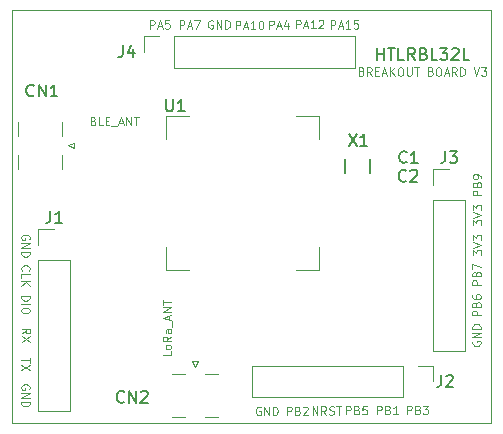
<source format=gto>
G04 #@! TF.GenerationSoftware,KiCad,Pcbnew,(6.0.4)*
G04 #@! TF.CreationDate,2022-06-22T19:01:53-03:00*
G04 #@! TF.ProjectId,HTLRBL41L-10_Test_board_v3.0_rev1.0,48544c52-424c-4343-914c-2d31305f5465,rev?*
G04 #@! TF.SameCoordinates,Original*
G04 #@! TF.FileFunction,Legend,Top*
G04 #@! TF.FilePolarity,Positive*
%FSLAX46Y46*%
G04 Gerber Fmt 4.6, Leading zero omitted, Abs format (unit mm)*
G04 Created by KiCad (PCBNEW (6.0.4)) date 2022-06-22 19:01:53*
%MOMM*%
%LPD*%
G01*
G04 APERTURE LIST*
%ADD10C,0.080000*%
%ADD11C,0.150000*%
%ADD12C,0.090000*%
G04 #@! TA.AperFunction,Profile*
%ADD13C,0.050000*%
G04 #@! TD*
%ADD14C,0.120000*%
G04 APERTURE END LIST*
D10*
X129570000Y-80200000D02*
X129670000Y-80233333D01*
X129703333Y-80266666D01*
X129736666Y-80333333D01*
X129736666Y-80433333D01*
X129703333Y-80500000D01*
X129670000Y-80533333D01*
X129603333Y-80566666D01*
X129336666Y-80566666D01*
X129336666Y-79866666D01*
X129570000Y-79866666D01*
X129636666Y-79900000D01*
X129670000Y-79933333D01*
X129703333Y-80000000D01*
X129703333Y-80066666D01*
X129670000Y-80133333D01*
X129636666Y-80166666D01*
X129570000Y-80200000D01*
X129336666Y-80200000D01*
X130436666Y-80566666D02*
X130203333Y-80233333D01*
X130036666Y-80566666D02*
X130036666Y-79866666D01*
X130303333Y-79866666D01*
X130370000Y-79900000D01*
X130403333Y-79933333D01*
X130436666Y-80000000D01*
X130436666Y-80100000D01*
X130403333Y-80166666D01*
X130370000Y-80200000D01*
X130303333Y-80233333D01*
X130036666Y-80233333D01*
X130736666Y-80200000D02*
X130970000Y-80200000D01*
X131070000Y-80566666D02*
X130736666Y-80566666D01*
X130736666Y-79866666D01*
X131070000Y-79866666D01*
X131336666Y-80366666D02*
X131670000Y-80366666D01*
X131270000Y-80566666D02*
X131503333Y-79866666D01*
X131736666Y-80566666D01*
X131970000Y-80566666D02*
X131970000Y-79866666D01*
X132370000Y-80566666D02*
X132070000Y-80166666D01*
X132370000Y-79866666D02*
X131970000Y-80266666D01*
X132803333Y-79866666D02*
X132936666Y-79866666D01*
X133003333Y-79900000D01*
X133070000Y-79966666D01*
X133103333Y-80100000D01*
X133103333Y-80333333D01*
X133070000Y-80466666D01*
X133003333Y-80533333D01*
X132936666Y-80566666D01*
X132803333Y-80566666D01*
X132736666Y-80533333D01*
X132670000Y-80466666D01*
X132636666Y-80333333D01*
X132636666Y-80100000D01*
X132670000Y-79966666D01*
X132736666Y-79900000D01*
X132803333Y-79866666D01*
X133403333Y-79866666D02*
X133403333Y-80433333D01*
X133436666Y-80500000D01*
X133470000Y-80533333D01*
X133536666Y-80566666D01*
X133670000Y-80566666D01*
X133736666Y-80533333D01*
X133770000Y-80500000D01*
X133803333Y-80433333D01*
X133803333Y-79866666D01*
X134036666Y-79866666D02*
X134436666Y-79866666D01*
X134236666Y-80566666D02*
X134236666Y-79866666D01*
X135436666Y-80200000D02*
X135536666Y-80233333D01*
X135570000Y-80266666D01*
X135603333Y-80333333D01*
X135603333Y-80433333D01*
X135570000Y-80500000D01*
X135536666Y-80533333D01*
X135470000Y-80566666D01*
X135203333Y-80566666D01*
X135203333Y-79866666D01*
X135436666Y-79866666D01*
X135503333Y-79900000D01*
X135536666Y-79933333D01*
X135570000Y-80000000D01*
X135570000Y-80066666D01*
X135536666Y-80133333D01*
X135503333Y-80166666D01*
X135436666Y-80200000D01*
X135203333Y-80200000D01*
X136036666Y-79866666D02*
X136170000Y-79866666D01*
X136236666Y-79900000D01*
X136303333Y-79966666D01*
X136336666Y-80100000D01*
X136336666Y-80333333D01*
X136303333Y-80466666D01*
X136236666Y-80533333D01*
X136170000Y-80566666D01*
X136036666Y-80566666D01*
X135970000Y-80533333D01*
X135903333Y-80466666D01*
X135870000Y-80333333D01*
X135870000Y-80100000D01*
X135903333Y-79966666D01*
X135970000Y-79900000D01*
X136036666Y-79866666D01*
X136603333Y-80366666D02*
X136936666Y-80366666D01*
X136536666Y-80566666D02*
X136770000Y-79866666D01*
X137003333Y-80566666D01*
X137636666Y-80566666D02*
X137403333Y-80233333D01*
X137236666Y-80566666D02*
X137236666Y-79866666D01*
X137503333Y-79866666D01*
X137570000Y-79900000D01*
X137603333Y-79933333D01*
X137636666Y-80000000D01*
X137636666Y-80100000D01*
X137603333Y-80166666D01*
X137570000Y-80200000D01*
X137503333Y-80233333D01*
X137236666Y-80233333D01*
X137936666Y-80566666D02*
X137936666Y-79866666D01*
X138103333Y-79866666D01*
X138203333Y-79900000D01*
X138270000Y-79966666D01*
X138303333Y-80033333D01*
X138336666Y-80166666D01*
X138336666Y-80266666D01*
X138303333Y-80400000D01*
X138270000Y-80466666D01*
X138203333Y-80533333D01*
X138103333Y-80566666D01*
X137936666Y-80566666D01*
X139070000Y-79866666D02*
X139303333Y-80566666D01*
X139536666Y-79866666D01*
X139703333Y-79866666D02*
X140136666Y-79866666D01*
X139903333Y-80133333D01*
X140003333Y-80133333D01*
X140070000Y-80166666D01*
X140103333Y-80200000D01*
X140136666Y-80266666D01*
X140136666Y-80433333D01*
X140103333Y-80500000D01*
X140070000Y-80533333D01*
X140003333Y-80566666D01*
X139803333Y-80566666D01*
X139736666Y-80533333D01*
X139703333Y-80500000D01*
D11*
X130886666Y-79232380D02*
X130886666Y-78232380D01*
X130886666Y-78708571D02*
X131458095Y-78708571D01*
X131458095Y-79232380D02*
X131458095Y-78232380D01*
X131791428Y-78232380D02*
X132362857Y-78232380D01*
X132077142Y-79232380D02*
X132077142Y-78232380D01*
X133172380Y-79232380D02*
X132696190Y-79232380D01*
X132696190Y-78232380D01*
X134077142Y-79232380D02*
X133743809Y-78756190D01*
X133505714Y-79232380D02*
X133505714Y-78232380D01*
X133886666Y-78232380D01*
X133981904Y-78280000D01*
X134029523Y-78327619D01*
X134077142Y-78422857D01*
X134077142Y-78565714D01*
X134029523Y-78660952D01*
X133981904Y-78708571D01*
X133886666Y-78756190D01*
X133505714Y-78756190D01*
X134839047Y-78708571D02*
X134981904Y-78756190D01*
X135029523Y-78803809D01*
X135077142Y-78899047D01*
X135077142Y-79041904D01*
X135029523Y-79137142D01*
X134981904Y-79184761D01*
X134886666Y-79232380D01*
X134505714Y-79232380D01*
X134505714Y-78232380D01*
X134839047Y-78232380D01*
X134934285Y-78280000D01*
X134981904Y-78327619D01*
X135029523Y-78422857D01*
X135029523Y-78518095D01*
X134981904Y-78613333D01*
X134934285Y-78660952D01*
X134839047Y-78708571D01*
X134505714Y-78708571D01*
X135981904Y-79232380D02*
X135505714Y-79232380D01*
X135505714Y-78232380D01*
X136220000Y-78232380D02*
X136839047Y-78232380D01*
X136505714Y-78613333D01*
X136648571Y-78613333D01*
X136743809Y-78660952D01*
X136791428Y-78708571D01*
X136839047Y-78803809D01*
X136839047Y-79041904D01*
X136791428Y-79137142D01*
X136743809Y-79184761D01*
X136648571Y-79232380D01*
X136362857Y-79232380D01*
X136267619Y-79184761D01*
X136220000Y-79137142D01*
X137220000Y-78327619D02*
X137267619Y-78280000D01*
X137362857Y-78232380D01*
X137600952Y-78232380D01*
X137696190Y-78280000D01*
X137743809Y-78327619D01*
X137791428Y-78422857D01*
X137791428Y-78518095D01*
X137743809Y-78660952D01*
X137172380Y-79232380D01*
X137791428Y-79232380D01*
X138696190Y-79232380D02*
X138220000Y-79232380D01*
X138220000Y-78232380D01*
D12*
X113456666Y-103916666D02*
X113456666Y-104250000D01*
X112756666Y-104250000D01*
X113456666Y-103583333D02*
X113423333Y-103650000D01*
X113390000Y-103683333D01*
X113323333Y-103716666D01*
X113123333Y-103716666D01*
X113056666Y-103683333D01*
X113023333Y-103650000D01*
X112990000Y-103583333D01*
X112990000Y-103483333D01*
X113023333Y-103416666D01*
X113056666Y-103383333D01*
X113123333Y-103350000D01*
X113323333Y-103350000D01*
X113390000Y-103383333D01*
X113423333Y-103416666D01*
X113456666Y-103483333D01*
X113456666Y-103583333D01*
X113456666Y-102650000D02*
X113123333Y-102883333D01*
X113456666Y-103050000D02*
X112756666Y-103050000D01*
X112756666Y-102783333D01*
X112790000Y-102716666D01*
X112823333Y-102683333D01*
X112890000Y-102650000D01*
X112990000Y-102650000D01*
X113056666Y-102683333D01*
X113090000Y-102716666D01*
X113123333Y-102783333D01*
X113123333Y-103050000D01*
X113456666Y-102050000D02*
X113090000Y-102050000D01*
X113023333Y-102083333D01*
X112990000Y-102150000D01*
X112990000Y-102283333D01*
X113023333Y-102350000D01*
X113423333Y-102050000D02*
X113456666Y-102116666D01*
X113456666Y-102283333D01*
X113423333Y-102350000D01*
X113356666Y-102383333D01*
X113290000Y-102383333D01*
X113223333Y-102350000D01*
X113190000Y-102283333D01*
X113190000Y-102116666D01*
X113156666Y-102050000D01*
X113523333Y-101883333D02*
X113523333Y-101350000D01*
X113256666Y-101216666D02*
X113256666Y-100883333D01*
X113456666Y-101283333D02*
X112756666Y-101050000D01*
X113456666Y-100816666D01*
X113456666Y-100583333D02*
X112756666Y-100583333D01*
X113456666Y-100183333D01*
X112756666Y-100183333D01*
X112756666Y-99950000D02*
X112756666Y-99550000D01*
X113456666Y-99750000D02*
X112756666Y-99750000D01*
X106860000Y-84400000D02*
X106960000Y-84433333D01*
X106993333Y-84466666D01*
X107026666Y-84533333D01*
X107026666Y-84633333D01*
X106993333Y-84700000D01*
X106960000Y-84733333D01*
X106893333Y-84766666D01*
X106626666Y-84766666D01*
X106626666Y-84066666D01*
X106860000Y-84066666D01*
X106926666Y-84100000D01*
X106960000Y-84133333D01*
X106993333Y-84200000D01*
X106993333Y-84266666D01*
X106960000Y-84333333D01*
X106926666Y-84366666D01*
X106860000Y-84400000D01*
X106626666Y-84400000D01*
X107660000Y-84766666D02*
X107326666Y-84766666D01*
X107326666Y-84066666D01*
X107893333Y-84400000D02*
X108126666Y-84400000D01*
X108226666Y-84766666D02*
X107893333Y-84766666D01*
X107893333Y-84066666D01*
X108226666Y-84066666D01*
X108360000Y-84833333D02*
X108893333Y-84833333D01*
X109026666Y-84566666D02*
X109360000Y-84566666D01*
X108960000Y-84766666D02*
X109193333Y-84066666D01*
X109426666Y-84766666D01*
X109660000Y-84766666D02*
X109660000Y-84066666D01*
X110060000Y-84766666D01*
X110060000Y-84066666D01*
X110293333Y-84066666D02*
X110693333Y-84066666D01*
X110493333Y-84766666D02*
X110493333Y-84066666D01*
X111663333Y-76576666D02*
X111663333Y-75876666D01*
X111930000Y-75876666D01*
X111996666Y-75910000D01*
X112030000Y-75943333D01*
X112063333Y-76010000D01*
X112063333Y-76110000D01*
X112030000Y-76176666D01*
X111996666Y-76210000D01*
X111930000Y-76243333D01*
X111663333Y-76243333D01*
X112330000Y-76376666D02*
X112663333Y-76376666D01*
X112263333Y-76576666D02*
X112496666Y-75876666D01*
X112730000Y-76576666D01*
X113296666Y-75876666D02*
X112963333Y-75876666D01*
X112930000Y-76210000D01*
X112963333Y-76176666D01*
X113030000Y-76143333D01*
X113196666Y-76143333D01*
X113263333Y-76176666D01*
X113296666Y-76210000D01*
X113330000Y-76276666D01*
X113330000Y-76443333D01*
X113296666Y-76510000D01*
X113263333Y-76543333D01*
X113196666Y-76576666D01*
X113030000Y-76576666D01*
X112963333Y-76543333D01*
X112930000Y-76510000D01*
X114173333Y-76576666D02*
X114173333Y-75876666D01*
X114440000Y-75876666D01*
X114506666Y-75910000D01*
X114540000Y-75943333D01*
X114573333Y-76010000D01*
X114573333Y-76110000D01*
X114540000Y-76176666D01*
X114506666Y-76210000D01*
X114440000Y-76243333D01*
X114173333Y-76243333D01*
X114840000Y-76376666D02*
X115173333Y-76376666D01*
X114773333Y-76576666D02*
X115006666Y-75876666D01*
X115240000Y-76576666D01*
X115406666Y-75876666D02*
X115873333Y-75876666D01*
X115573333Y-76576666D01*
X116966666Y-75910000D02*
X116900000Y-75876666D01*
X116800000Y-75876666D01*
X116700000Y-75910000D01*
X116633333Y-75976666D01*
X116600000Y-76043333D01*
X116566666Y-76176666D01*
X116566666Y-76276666D01*
X116600000Y-76410000D01*
X116633333Y-76476666D01*
X116700000Y-76543333D01*
X116800000Y-76576666D01*
X116866666Y-76576666D01*
X116966666Y-76543333D01*
X117000000Y-76510000D01*
X117000000Y-76276666D01*
X116866666Y-76276666D01*
X117300000Y-76576666D02*
X117300000Y-75876666D01*
X117700000Y-76576666D01*
X117700000Y-75876666D01*
X118033333Y-76576666D02*
X118033333Y-75876666D01*
X118200000Y-75876666D01*
X118300000Y-75910000D01*
X118366666Y-75976666D01*
X118400000Y-76043333D01*
X118433333Y-76176666D01*
X118433333Y-76276666D01*
X118400000Y-76410000D01*
X118366666Y-76476666D01*
X118300000Y-76543333D01*
X118200000Y-76576666D01*
X118033333Y-76576666D01*
X118920000Y-76626666D02*
X118920000Y-75926666D01*
X119186666Y-75926666D01*
X119253333Y-75960000D01*
X119286666Y-75993333D01*
X119320000Y-76060000D01*
X119320000Y-76160000D01*
X119286666Y-76226666D01*
X119253333Y-76260000D01*
X119186666Y-76293333D01*
X118920000Y-76293333D01*
X119586666Y-76426666D02*
X119920000Y-76426666D01*
X119520000Y-76626666D02*
X119753333Y-75926666D01*
X119986666Y-76626666D01*
X120586666Y-76626666D02*
X120186666Y-76626666D01*
X120386666Y-76626666D02*
X120386666Y-75926666D01*
X120320000Y-76026666D01*
X120253333Y-76093333D01*
X120186666Y-76126666D01*
X121020000Y-75926666D02*
X121086666Y-75926666D01*
X121153333Y-75960000D01*
X121186666Y-75993333D01*
X121220000Y-76060000D01*
X121253333Y-76193333D01*
X121253333Y-76360000D01*
X121220000Y-76493333D01*
X121186666Y-76560000D01*
X121153333Y-76593333D01*
X121086666Y-76626666D01*
X121020000Y-76626666D01*
X120953333Y-76593333D01*
X120920000Y-76560000D01*
X120886666Y-76493333D01*
X120853333Y-76360000D01*
X120853333Y-76193333D01*
X120886666Y-76060000D01*
X120920000Y-75993333D01*
X120953333Y-75960000D01*
X121020000Y-75926666D01*
X121763333Y-76596666D02*
X121763333Y-75896666D01*
X122030000Y-75896666D01*
X122096666Y-75930000D01*
X122130000Y-75963333D01*
X122163333Y-76030000D01*
X122163333Y-76130000D01*
X122130000Y-76196666D01*
X122096666Y-76230000D01*
X122030000Y-76263333D01*
X121763333Y-76263333D01*
X122430000Y-76396666D02*
X122763333Y-76396666D01*
X122363333Y-76596666D02*
X122596666Y-75896666D01*
X122830000Y-76596666D01*
X123363333Y-76130000D02*
X123363333Y-76596666D01*
X123196666Y-75863333D02*
X123030000Y-76363333D01*
X123463333Y-76363333D01*
X124010000Y-76556666D02*
X124010000Y-75856666D01*
X124276666Y-75856666D01*
X124343333Y-75890000D01*
X124376666Y-75923333D01*
X124410000Y-75990000D01*
X124410000Y-76090000D01*
X124376666Y-76156666D01*
X124343333Y-76190000D01*
X124276666Y-76223333D01*
X124010000Y-76223333D01*
X124676666Y-76356666D02*
X125010000Y-76356666D01*
X124610000Y-76556666D02*
X124843333Y-75856666D01*
X125076666Y-76556666D01*
X125676666Y-76556666D02*
X125276666Y-76556666D01*
X125476666Y-76556666D02*
X125476666Y-75856666D01*
X125410000Y-75956666D01*
X125343333Y-76023333D01*
X125276666Y-76056666D01*
X125943333Y-75923333D02*
X125976666Y-75890000D01*
X126043333Y-75856666D01*
X126210000Y-75856666D01*
X126276666Y-75890000D01*
X126310000Y-75923333D01*
X126343333Y-75990000D01*
X126343333Y-76056666D01*
X126310000Y-76156666D01*
X125910000Y-76556666D01*
X126343333Y-76556666D01*
X126960000Y-76576666D02*
X126960000Y-75876666D01*
X127226666Y-75876666D01*
X127293333Y-75910000D01*
X127326666Y-75943333D01*
X127360000Y-76010000D01*
X127360000Y-76110000D01*
X127326666Y-76176666D01*
X127293333Y-76210000D01*
X127226666Y-76243333D01*
X126960000Y-76243333D01*
X127626666Y-76376666D02*
X127960000Y-76376666D01*
X127560000Y-76576666D02*
X127793333Y-75876666D01*
X128026666Y-76576666D01*
X128626666Y-76576666D02*
X128226666Y-76576666D01*
X128426666Y-76576666D02*
X128426666Y-75876666D01*
X128360000Y-75976666D01*
X128293333Y-76043333D01*
X128226666Y-76076666D01*
X129260000Y-75876666D02*
X128926666Y-75876666D01*
X128893333Y-76210000D01*
X128926666Y-76176666D01*
X128993333Y-76143333D01*
X129160000Y-76143333D01*
X129226666Y-76176666D01*
X129260000Y-76210000D01*
X129293333Y-76276666D01*
X129293333Y-76443333D01*
X129260000Y-76510000D01*
X129226666Y-76543333D01*
X129160000Y-76576666D01*
X128993333Y-76576666D01*
X128926666Y-76543333D01*
X128893333Y-76510000D01*
X139696666Y-90686666D02*
X138996666Y-90686666D01*
X138996666Y-90420000D01*
X139030000Y-90353333D01*
X139063333Y-90320000D01*
X139130000Y-90286666D01*
X139230000Y-90286666D01*
X139296666Y-90320000D01*
X139330000Y-90353333D01*
X139363333Y-90420000D01*
X139363333Y-90686666D01*
X139330000Y-89753333D02*
X139363333Y-89653333D01*
X139396666Y-89620000D01*
X139463333Y-89586666D01*
X139563333Y-89586666D01*
X139630000Y-89620000D01*
X139663333Y-89653333D01*
X139696666Y-89720000D01*
X139696666Y-89986666D01*
X138996666Y-89986666D01*
X138996666Y-89753333D01*
X139030000Y-89686666D01*
X139063333Y-89653333D01*
X139130000Y-89620000D01*
X139196666Y-89620000D01*
X139263333Y-89653333D01*
X139296666Y-89686666D01*
X139330000Y-89753333D01*
X139330000Y-89986666D01*
X139696666Y-89253333D02*
X139696666Y-89120000D01*
X139663333Y-89053333D01*
X139630000Y-89020000D01*
X139530000Y-88953333D01*
X139396666Y-88920000D01*
X139130000Y-88920000D01*
X139063333Y-88953333D01*
X139030000Y-88986666D01*
X138996666Y-89053333D01*
X138996666Y-89186666D01*
X139030000Y-89253333D01*
X139063333Y-89286666D01*
X139130000Y-89320000D01*
X139296666Y-89320000D01*
X139363333Y-89286666D01*
X139396666Y-89253333D01*
X139430000Y-89186666D01*
X139430000Y-89053333D01*
X139396666Y-88986666D01*
X139363333Y-88953333D01*
X139296666Y-88920000D01*
X139016666Y-93206666D02*
X139016666Y-92773333D01*
X139283333Y-93006666D01*
X139283333Y-92906666D01*
X139316666Y-92840000D01*
X139350000Y-92806666D01*
X139416666Y-92773333D01*
X139583333Y-92773333D01*
X139650000Y-92806666D01*
X139683333Y-92840000D01*
X139716666Y-92906666D01*
X139716666Y-93106666D01*
X139683333Y-93173333D01*
X139650000Y-93206666D01*
X139016666Y-92573333D02*
X139716666Y-92340000D01*
X139016666Y-92106666D01*
X139016666Y-91940000D02*
X139016666Y-91506666D01*
X139283333Y-91740000D01*
X139283333Y-91640000D01*
X139316666Y-91573333D01*
X139350000Y-91540000D01*
X139416666Y-91506666D01*
X139583333Y-91506666D01*
X139650000Y-91540000D01*
X139683333Y-91573333D01*
X139716666Y-91640000D01*
X139716666Y-91840000D01*
X139683333Y-91906666D01*
X139650000Y-91940000D01*
X139016666Y-95756666D02*
X139016666Y-95323333D01*
X139283333Y-95556666D01*
X139283333Y-95456666D01*
X139316666Y-95390000D01*
X139350000Y-95356666D01*
X139416666Y-95323333D01*
X139583333Y-95323333D01*
X139650000Y-95356666D01*
X139683333Y-95390000D01*
X139716666Y-95456666D01*
X139716666Y-95656666D01*
X139683333Y-95723333D01*
X139650000Y-95756666D01*
X139016666Y-95123333D02*
X139716666Y-94890000D01*
X139016666Y-94656666D01*
X139016666Y-94490000D02*
X139016666Y-94056666D01*
X139283333Y-94290000D01*
X139283333Y-94190000D01*
X139316666Y-94123333D01*
X139350000Y-94090000D01*
X139416666Y-94056666D01*
X139583333Y-94056666D01*
X139650000Y-94090000D01*
X139683333Y-94123333D01*
X139716666Y-94190000D01*
X139716666Y-94390000D01*
X139683333Y-94456666D01*
X139650000Y-94490000D01*
X139656666Y-98266666D02*
X138956666Y-98266666D01*
X138956666Y-98000000D01*
X138990000Y-97933333D01*
X139023333Y-97900000D01*
X139090000Y-97866666D01*
X139190000Y-97866666D01*
X139256666Y-97900000D01*
X139290000Y-97933333D01*
X139323333Y-98000000D01*
X139323333Y-98266666D01*
X139290000Y-97333333D02*
X139323333Y-97233333D01*
X139356666Y-97200000D01*
X139423333Y-97166666D01*
X139523333Y-97166666D01*
X139590000Y-97200000D01*
X139623333Y-97233333D01*
X139656666Y-97300000D01*
X139656666Y-97566666D01*
X138956666Y-97566666D01*
X138956666Y-97333333D01*
X138990000Y-97266666D01*
X139023333Y-97233333D01*
X139090000Y-97200000D01*
X139156666Y-97200000D01*
X139223333Y-97233333D01*
X139256666Y-97266666D01*
X139290000Y-97333333D01*
X139290000Y-97566666D01*
X138956666Y-96933333D02*
X138956666Y-96466666D01*
X139656666Y-96766666D01*
X139656666Y-100846666D02*
X138956666Y-100846666D01*
X138956666Y-100580000D01*
X138990000Y-100513333D01*
X139023333Y-100480000D01*
X139090000Y-100446666D01*
X139190000Y-100446666D01*
X139256666Y-100480000D01*
X139290000Y-100513333D01*
X139323333Y-100580000D01*
X139323333Y-100846666D01*
X139290000Y-99913333D02*
X139323333Y-99813333D01*
X139356666Y-99780000D01*
X139423333Y-99746666D01*
X139523333Y-99746666D01*
X139590000Y-99780000D01*
X139623333Y-99813333D01*
X139656666Y-99880000D01*
X139656666Y-100146666D01*
X138956666Y-100146666D01*
X138956666Y-99913333D01*
X138990000Y-99846666D01*
X139023333Y-99813333D01*
X139090000Y-99780000D01*
X139156666Y-99780000D01*
X139223333Y-99813333D01*
X139256666Y-99846666D01*
X139290000Y-99913333D01*
X139290000Y-100146666D01*
X138956666Y-99146666D02*
X138956666Y-99280000D01*
X138990000Y-99346666D01*
X139023333Y-99380000D01*
X139123333Y-99446666D01*
X139256666Y-99480000D01*
X139523333Y-99480000D01*
X139590000Y-99446666D01*
X139623333Y-99413333D01*
X139656666Y-99346666D01*
X139656666Y-99213333D01*
X139623333Y-99146666D01*
X139590000Y-99113333D01*
X139523333Y-99080000D01*
X139356666Y-99080000D01*
X139290000Y-99113333D01*
X139256666Y-99146666D01*
X139223333Y-99213333D01*
X139223333Y-99346666D01*
X139256666Y-99413333D01*
X139290000Y-99446666D01*
X139356666Y-99480000D01*
X138990000Y-103053333D02*
X138956666Y-103120000D01*
X138956666Y-103220000D01*
X138990000Y-103320000D01*
X139056666Y-103386666D01*
X139123333Y-103420000D01*
X139256666Y-103453333D01*
X139356666Y-103453333D01*
X139490000Y-103420000D01*
X139556666Y-103386666D01*
X139623333Y-103320000D01*
X139656666Y-103220000D01*
X139656666Y-103153333D01*
X139623333Y-103053333D01*
X139590000Y-103020000D01*
X139356666Y-103020000D01*
X139356666Y-103153333D01*
X139656666Y-102720000D02*
X138956666Y-102720000D01*
X139656666Y-102320000D01*
X138956666Y-102320000D01*
X139656666Y-101986666D02*
X138956666Y-101986666D01*
X138956666Y-101820000D01*
X138990000Y-101720000D01*
X139056666Y-101653333D01*
X139123333Y-101620000D01*
X139256666Y-101586666D01*
X139356666Y-101586666D01*
X139490000Y-101620000D01*
X139556666Y-101653333D01*
X139623333Y-101720000D01*
X139656666Y-101820000D01*
X139656666Y-101986666D01*
X133433333Y-109206666D02*
X133433333Y-108506666D01*
X133700000Y-108506666D01*
X133766666Y-108540000D01*
X133800000Y-108573333D01*
X133833333Y-108640000D01*
X133833333Y-108740000D01*
X133800000Y-108806666D01*
X133766666Y-108840000D01*
X133700000Y-108873333D01*
X133433333Y-108873333D01*
X134366666Y-108840000D02*
X134466666Y-108873333D01*
X134500000Y-108906666D01*
X134533333Y-108973333D01*
X134533333Y-109073333D01*
X134500000Y-109140000D01*
X134466666Y-109173333D01*
X134400000Y-109206666D01*
X134133333Y-109206666D01*
X134133333Y-108506666D01*
X134366666Y-108506666D01*
X134433333Y-108540000D01*
X134466666Y-108573333D01*
X134500000Y-108640000D01*
X134500000Y-108706666D01*
X134466666Y-108773333D01*
X134433333Y-108806666D01*
X134366666Y-108840000D01*
X134133333Y-108840000D01*
X134766666Y-108506666D02*
X135200000Y-108506666D01*
X134966666Y-108773333D01*
X135066666Y-108773333D01*
X135133333Y-108806666D01*
X135166666Y-108840000D01*
X135200000Y-108906666D01*
X135200000Y-109073333D01*
X135166666Y-109140000D01*
X135133333Y-109173333D01*
X135066666Y-109206666D01*
X134866666Y-109206666D01*
X134800000Y-109173333D01*
X134766666Y-109140000D01*
X130883333Y-109216666D02*
X130883333Y-108516666D01*
X131150000Y-108516666D01*
X131216666Y-108550000D01*
X131250000Y-108583333D01*
X131283333Y-108650000D01*
X131283333Y-108750000D01*
X131250000Y-108816666D01*
X131216666Y-108850000D01*
X131150000Y-108883333D01*
X130883333Y-108883333D01*
X131816666Y-108850000D02*
X131916666Y-108883333D01*
X131950000Y-108916666D01*
X131983333Y-108983333D01*
X131983333Y-109083333D01*
X131950000Y-109150000D01*
X131916666Y-109183333D01*
X131850000Y-109216666D01*
X131583333Y-109216666D01*
X131583333Y-108516666D01*
X131816666Y-108516666D01*
X131883333Y-108550000D01*
X131916666Y-108583333D01*
X131950000Y-108650000D01*
X131950000Y-108716666D01*
X131916666Y-108783333D01*
X131883333Y-108816666D01*
X131816666Y-108850000D01*
X131583333Y-108850000D01*
X132650000Y-109216666D02*
X132250000Y-109216666D01*
X132450000Y-109216666D02*
X132450000Y-108516666D01*
X132383333Y-108616666D01*
X132316666Y-108683333D01*
X132250000Y-108716666D01*
X128263333Y-109236666D02*
X128263333Y-108536666D01*
X128530000Y-108536666D01*
X128596666Y-108570000D01*
X128630000Y-108603333D01*
X128663333Y-108670000D01*
X128663333Y-108770000D01*
X128630000Y-108836666D01*
X128596666Y-108870000D01*
X128530000Y-108903333D01*
X128263333Y-108903333D01*
X129196666Y-108870000D02*
X129296666Y-108903333D01*
X129330000Y-108936666D01*
X129363333Y-109003333D01*
X129363333Y-109103333D01*
X129330000Y-109170000D01*
X129296666Y-109203333D01*
X129230000Y-109236666D01*
X128963333Y-109236666D01*
X128963333Y-108536666D01*
X129196666Y-108536666D01*
X129263333Y-108570000D01*
X129296666Y-108603333D01*
X129330000Y-108670000D01*
X129330000Y-108736666D01*
X129296666Y-108803333D01*
X129263333Y-108836666D01*
X129196666Y-108870000D01*
X128963333Y-108870000D01*
X129996666Y-108536666D02*
X129663333Y-108536666D01*
X129630000Y-108870000D01*
X129663333Y-108836666D01*
X129730000Y-108803333D01*
X129896666Y-108803333D01*
X129963333Y-108836666D01*
X129996666Y-108870000D01*
X130030000Y-108936666D01*
X130030000Y-109103333D01*
X129996666Y-109170000D01*
X129963333Y-109203333D01*
X129896666Y-109236666D01*
X129730000Y-109236666D01*
X129663333Y-109203333D01*
X129630000Y-109170000D01*
X125440000Y-109256666D02*
X125440000Y-108556666D01*
X125840000Y-109256666D01*
X125840000Y-108556666D01*
X126573333Y-109256666D02*
X126340000Y-108923333D01*
X126173333Y-109256666D02*
X126173333Y-108556666D01*
X126440000Y-108556666D01*
X126506666Y-108590000D01*
X126540000Y-108623333D01*
X126573333Y-108690000D01*
X126573333Y-108790000D01*
X126540000Y-108856666D01*
X126506666Y-108890000D01*
X126440000Y-108923333D01*
X126173333Y-108923333D01*
X126840000Y-109223333D02*
X126940000Y-109256666D01*
X127106666Y-109256666D01*
X127173333Y-109223333D01*
X127206666Y-109190000D01*
X127240000Y-109123333D01*
X127240000Y-109056666D01*
X127206666Y-108990000D01*
X127173333Y-108956666D01*
X127106666Y-108923333D01*
X126973333Y-108890000D01*
X126906666Y-108856666D01*
X126873333Y-108823333D01*
X126840000Y-108756666D01*
X126840000Y-108690000D01*
X126873333Y-108623333D01*
X126906666Y-108590000D01*
X126973333Y-108556666D01*
X127140000Y-108556666D01*
X127240000Y-108590000D01*
X127440000Y-108556666D02*
X127840000Y-108556666D01*
X127640000Y-109256666D02*
X127640000Y-108556666D01*
X123243333Y-109286666D02*
X123243333Y-108586666D01*
X123510000Y-108586666D01*
X123576666Y-108620000D01*
X123610000Y-108653333D01*
X123643333Y-108720000D01*
X123643333Y-108820000D01*
X123610000Y-108886666D01*
X123576666Y-108920000D01*
X123510000Y-108953333D01*
X123243333Y-108953333D01*
X124176666Y-108920000D02*
X124276666Y-108953333D01*
X124310000Y-108986666D01*
X124343333Y-109053333D01*
X124343333Y-109153333D01*
X124310000Y-109220000D01*
X124276666Y-109253333D01*
X124210000Y-109286666D01*
X123943333Y-109286666D01*
X123943333Y-108586666D01*
X124176666Y-108586666D01*
X124243333Y-108620000D01*
X124276666Y-108653333D01*
X124310000Y-108720000D01*
X124310000Y-108786666D01*
X124276666Y-108853333D01*
X124243333Y-108886666D01*
X124176666Y-108920000D01*
X123943333Y-108920000D01*
X124610000Y-108653333D02*
X124643333Y-108620000D01*
X124710000Y-108586666D01*
X124876666Y-108586666D01*
X124943333Y-108620000D01*
X124976666Y-108653333D01*
X125010000Y-108720000D01*
X125010000Y-108786666D01*
X124976666Y-108886666D01*
X124576666Y-109286666D01*
X125010000Y-109286666D01*
X121016666Y-108620000D02*
X120950000Y-108586666D01*
X120850000Y-108586666D01*
X120750000Y-108620000D01*
X120683333Y-108686666D01*
X120650000Y-108753333D01*
X120616666Y-108886666D01*
X120616666Y-108986666D01*
X120650000Y-109120000D01*
X120683333Y-109186666D01*
X120750000Y-109253333D01*
X120850000Y-109286666D01*
X120916666Y-109286666D01*
X121016666Y-109253333D01*
X121050000Y-109220000D01*
X121050000Y-108986666D01*
X120916666Y-108986666D01*
X121350000Y-109286666D02*
X121350000Y-108586666D01*
X121750000Y-109286666D01*
X121750000Y-108586666D01*
X122083333Y-109286666D02*
X122083333Y-108586666D01*
X122250000Y-108586666D01*
X122350000Y-108620000D01*
X122416666Y-108686666D01*
X122450000Y-108753333D01*
X122483333Y-108886666D01*
X122483333Y-108986666D01*
X122450000Y-109120000D01*
X122416666Y-109186666D01*
X122350000Y-109253333D01*
X122250000Y-109286666D01*
X122083333Y-109286666D01*
X101440000Y-107106666D02*
X101473333Y-107040000D01*
X101473333Y-106940000D01*
X101440000Y-106840000D01*
X101373333Y-106773333D01*
X101306666Y-106740000D01*
X101173333Y-106706666D01*
X101073333Y-106706666D01*
X100940000Y-106740000D01*
X100873333Y-106773333D01*
X100806666Y-106840000D01*
X100773333Y-106940000D01*
X100773333Y-107006666D01*
X100806666Y-107106666D01*
X100840000Y-107140000D01*
X101073333Y-107140000D01*
X101073333Y-107006666D01*
X100773333Y-107440000D02*
X101473333Y-107440000D01*
X100773333Y-107840000D01*
X101473333Y-107840000D01*
X100773333Y-108173333D02*
X101473333Y-108173333D01*
X101473333Y-108340000D01*
X101440000Y-108440000D01*
X101373333Y-108506666D01*
X101306666Y-108540000D01*
X101173333Y-108573333D01*
X101073333Y-108573333D01*
X100940000Y-108540000D01*
X100873333Y-108506666D01*
X100806666Y-108440000D01*
X100773333Y-108340000D01*
X100773333Y-108173333D01*
X101473333Y-104466666D02*
X101473333Y-104866666D01*
X100773333Y-104666666D02*
X101473333Y-104666666D01*
X101473333Y-105033333D02*
X100773333Y-105500000D01*
X101473333Y-105500000D02*
X100773333Y-105033333D01*
X100813333Y-102383333D02*
X101146666Y-102150000D01*
X100813333Y-101983333D02*
X101513333Y-101983333D01*
X101513333Y-102250000D01*
X101480000Y-102316666D01*
X101446666Y-102350000D01*
X101380000Y-102383333D01*
X101280000Y-102383333D01*
X101213333Y-102350000D01*
X101180000Y-102316666D01*
X101146666Y-102250000D01*
X101146666Y-101983333D01*
X101513333Y-102616666D02*
X100813333Y-103083333D01*
X101513333Y-103083333D02*
X100813333Y-102616666D01*
X100773333Y-99223333D02*
X101473333Y-99223333D01*
X101473333Y-99390000D01*
X101440000Y-99490000D01*
X101373333Y-99556666D01*
X101306666Y-99590000D01*
X101173333Y-99623333D01*
X101073333Y-99623333D01*
X100940000Y-99590000D01*
X100873333Y-99556666D01*
X100806666Y-99490000D01*
X100773333Y-99390000D01*
X100773333Y-99223333D01*
X100773333Y-99923333D02*
X101473333Y-99923333D01*
X101473333Y-100390000D02*
X101473333Y-100523333D01*
X101440000Y-100590000D01*
X101373333Y-100656666D01*
X101240000Y-100690000D01*
X101006666Y-100690000D01*
X100873333Y-100656666D01*
X100806666Y-100590000D01*
X100773333Y-100523333D01*
X100773333Y-100390000D01*
X100806666Y-100323333D01*
X100873333Y-100256666D01*
X101006666Y-100223333D01*
X101240000Y-100223333D01*
X101373333Y-100256666D01*
X101440000Y-100323333D01*
X101473333Y-100390000D01*
X100840000Y-97063333D02*
X100806666Y-97030000D01*
X100773333Y-96930000D01*
X100773333Y-96863333D01*
X100806666Y-96763333D01*
X100873333Y-96696666D01*
X100940000Y-96663333D01*
X101073333Y-96630000D01*
X101173333Y-96630000D01*
X101306666Y-96663333D01*
X101373333Y-96696666D01*
X101440000Y-96763333D01*
X101473333Y-96863333D01*
X101473333Y-96930000D01*
X101440000Y-97030000D01*
X101406666Y-97063333D01*
X100773333Y-97696666D02*
X100773333Y-97363333D01*
X101473333Y-97363333D01*
X100773333Y-97930000D02*
X101473333Y-97930000D01*
X100773333Y-98330000D02*
X101173333Y-98030000D01*
X101473333Y-98330000D02*
X101073333Y-97930000D01*
X101440000Y-94426666D02*
X101473333Y-94360000D01*
X101473333Y-94260000D01*
X101440000Y-94160000D01*
X101373333Y-94093333D01*
X101306666Y-94060000D01*
X101173333Y-94026666D01*
X101073333Y-94026666D01*
X100940000Y-94060000D01*
X100873333Y-94093333D01*
X100806666Y-94160000D01*
X100773333Y-94260000D01*
X100773333Y-94326666D01*
X100806666Y-94426666D01*
X100840000Y-94460000D01*
X101073333Y-94460000D01*
X101073333Y-94326666D01*
X100773333Y-94760000D02*
X101473333Y-94760000D01*
X100773333Y-95160000D01*
X101473333Y-95160000D01*
X100773333Y-95493333D02*
X101473333Y-95493333D01*
X101473333Y-95660000D01*
X101440000Y-95760000D01*
X101373333Y-95826666D01*
X101306666Y-95860000D01*
X101173333Y-95893333D01*
X101073333Y-95893333D01*
X100940000Y-95860000D01*
X100873333Y-95826666D01*
X100806666Y-95760000D01*
X100773333Y-95660000D01*
X100773333Y-95493333D01*
D13*
X100000000Y-75000000D02*
X100000000Y-110000000D01*
X140500000Y-75000000D02*
X100000000Y-75000000D01*
X140500000Y-110000000D02*
X140500000Y-75000000D01*
X100000000Y-110000000D02*
X140500000Y-110000000D01*
D11*
X128480357Y-85482380D02*
X129147023Y-86482380D01*
X129147023Y-85482380D02*
X128480357Y-86482380D01*
X130051785Y-86482380D02*
X129480357Y-86482380D01*
X129766071Y-86482380D02*
X129766071Y-85482380D01*
X129670833Y-85625238D01*
X129575595Y-85720476D01*
X129480357Y-85768095D01*
X133383333Y-87857142D02*
X133335714Y-87904761D01*
X133192857Y-87952380D01*
X133097619Y-87952380D01*
X132954761Y-87904761D01*
X132859523Y-87809523D01*
X132811904Y-87714285D01*
X132764285Y-87523809D01*
X132764285Y-87380952D01*
X132811904Y-87190476D01*
X132859523Y-87095238D01*
X132954761Y-87000000D01*
X133097619Y-86952380D01*
X133192857Y-86952380D01*
X133335714Y-87000000D01*
X133383333Y-87047619D01*
X134335714Y-87952380D02*
X133764285Y-87952380D01*
X134050000Y-87952380D02*
X134050000Y-86952380D01*
X133954761Y-87095238D01*
X133859523Y-87190476D01*
X133764285Y-87238095D01*
X133333333Y-89447142D02*
X133285714Y-89494761D01*
X133142857Y-89542380D01*
X133047619Y-89542380D01*
X132904761Y-89494761D01*
X132809523Y-89399523D01*
X132761904Y-89304285D01*
X132714285Y-89113809D01*
X132714285Y-88970952D01*
X132761904Y-88780476D01*
X132809523Y-88685238D01*
X132904761Y-88590000D01*
X133047619Y-88542380D01*
X133142857Y-88542380D01*
X133285714Y-88590000D01*
X133333333Y-88637619D01*
X133714285Y-88637619D02*
X133761904Y-88590000D01*
X133857142Y-88542380D01*
X134095238Y-88542380D01*
X134190476Y-88590000D01*
X134238095Y-88637619D01*
X134285714Y-88732857D01*
X134285714Y-88828095D01*
X134238095Y-88970952D01*
X133666666Y-89542380D01*
X134285714Y-89542380D01*
X101819523Y-82227142D02*
X101771904Y-82274761D01*
X101629047Y-82322380D01*
X101533809Y-82322380D01*
X101390952Y-82274761D01*
X101295714Y-82179523D01*
X101248095Y-82084285D01*
X101200476Y-81893809D01*
X101200476Y-81750952D01*
X101248095Y-81560476D01*
X101295714Y-81465238D01*
X101390952Y-81370000D01*
X101533809Y-81322380D01*
X101629047Y-81322380D01*
X101771904Y-81370000D01*
X101819523Y-81417619D01*
X102248095Y-82322380D02*
X102248095Y-81322380D01*
X102819523Y-82322380D01*
X102819523Y-81322380D01*
X103819523Y-82322380D02*
X103248095Y-82322380D01*
X103533809Y-82322380D02*
X103533809Y-81322380D01*
X103438571Y-81465238D01*
X103343333Y-81560476D01*
X103248095Y-81608095D01*
X109469523Y-108157142D02*
X109421904Y-108204761D01*
X109279047Y-108252380D01*
X109183809Y-108252380D01*
X109040952Y-108204761D01*
X108945714Y-108109523D01*
X108898095Y-108014285D01*
X108850476Y-107823809D01*
X108850476Y-107680952D01*
X108898095Y-107490476D01*
X108945714Y-107395238D01*
X109040952Y-107300000D01*
X109183809Y-107252380D01*
X109279047Y-107252380D01*
X109421904Y-107300000D01*
X109469523Y-107347619D01*
X109898095Y-108252380D02*
X109898095Y-107252380D01*
X110469523Y-108252380D01*
X110469523Y-107252380D01*
X110898095Y-107347619D02*
X110945714Y-107300000D01*
X111040952Y-107252380D01*
X111279047Y-107252380D01*
X111374285Y-107300000D01*
X111421904Y-107347619D01*
X111469523Y-107442857D01*
X111469523Y-107538095D01*
X111421904Y-107680952D01*
X110850476Y-108252380D01*
X111469523Y-108252380D01*
X113038095Y-82562380D02*
X113038095Y-83371904D01*
X113085714Y-83467142D01*
X113133333Y-83514761D01*
X113228571Y-83562380D01*
X113419047Y-83562380D01*
X113514285Y-83514761D01*
X113561904Y-83467142D01*
X113609523Y-83371904D01*
X113609523Y-82562380D01*
X114609523Y-83562380D02*
X114038095Y-83562380D01*
X114323809Y-83562380D02*
X114323809Y-82562380D01*
X114228571Y-82705238D01*
X114133333Y-82800476D01*
X114038095Y-82848095D01*
X103216666Y-92022380D02*
X103216666Y-92736666D01*
X103169047Y-92879523D01*
X103073809Y-92974761D01*
X102930952Y-93022380D01*
X102835714Y-93022380D01*
X104216666Y-93022380D02*
X103645238Y-93022380D01*
X103930952Y-93022380D02*
X103930952Y-92022380D01*
X103835714Y-92165238D01*
X103740476Y-92260476D01*
X103645238Y-92308095D01*
X136306666Y-105902380D02*
X136306666Y-106616666D01*
X136259047Y-106759523D01*
X136163809Y-106854761D01*
X136020952Y-106902380D01*
X135925714Y-106902380D01*
X136735238Y-105997619D02*
X136782857Y-105950000D01*
X136878095Y-105902380D01*
X137116190Y-105902380D01*
X137211428Y-105950000D01*
X137259047Y-105997619D01*
X137306666Y-106092857D01*
X137306666Y-106188095D01*
X137259047Y-106330952D01*
X136687619Y-106902380D01*
X137306666Y-106902380D01*
X136646666Y-86942380D02*
X136646666Y-87656666D01*
X136599047Y-87799523D01*
X136503809Y-87894761D01*
X136360952Y-87942380D01*
X136265714Y-87942380D01*
X137027619Y-86942380D02*
X137646666Y-86942380D01*
X137313333Y-87323333D01*
X137456190Y-87323333D01*
X137551428Y-87370952D01*
X137599047Y-87418571D01*
X137646666Y-87513809D01*
X137646666Y-87751904D01*
X137599047Y-87847142D01*
X137551428Y-87894761D01*
X137456190Y-87942380D01*
X137170476Y-87942380D01*
X137075238Y-87894761D01*
X137027619Y-87847142D01*
X109349666Y-78002380D02*
X109349666Y-78716666D01*
X109302047Y-78859523D01*
X109206809Y-78954761D01*
X109063952Y-79002380D01*
X108968714Y-79002380D01*
X110254428Y-78335714D02*
X110254428Y-79002380D01*
X110016333Y-77954761D02*
X109778238Y-78669047D01*
X110397285Y-78669047D01*
X130244999Y-88800000D02*
X130244999Y-87600000D01*
X128195001Y-88800000D02*
X128195001Y-87600000D01*
D14*
X104210000Y-87315000D02*
X104210000Y-88425000D01*
X104210000Y-84525000D02*
X104210000Y-85635000D01*
X100500000Y-87315000D02*
X100500000Y-88425000D01*
X100500000Y-84525000D02*
X100500000Y-85635000D01*
X104760000Y-86475000D02*
X105260000Y-86725000D01*
X105260000Y-86725000D02*
X105260000Y-86225000D01*
X105260000Y-86225000D02*
X104760000Y-86475000D01*
X115225000Y-104730000D02*
X115475000Y-105230000D01*
X115725000Y-104730000D02*
X115225000Y-104730000D01*
X115475000Y-105230000D02*
X115725000Y-104730000D01*
X113525000Y-109490000D02*
X114635000Y-109490000D01*
X116315000Y-109490000D02*
X117425000Y-109490000D01*
X113525000Y-105780000D02*
X114635000Y-105780000D01*
X116315000Y-105780000D02*
X117425000Y-105780000D01*
X114950000Y-84000000D02*
X113000000Y-84000000D01*
X124050000Y-84000000D02*
X126000000Y-84000000D01*
X126000000Y-85950000D02*
X126000000Y-84000000D01*
X126000000Y-97000000D02*
X126000000Y-95050000D01*
X126000000Y-97000000D02*
X124050000Y-97000000D01*
X114950000Y-97000000D02*
X113000000Y-97000000D01*
X113000000Y-95050000D02*
X113000000Y-97000000D01*
X113000000Y-84000000D02*
X113000000Y-85950000D01*
X102220000Y-108930000D02*
X104880000Y-108930000D01*
X102220000Y-96170000D02*
X102220000Y-108930000D01*
X104880000Y-96170000D02*
X104880000Y-108930000D01*
X102220000Y-96170000D02*
X104880000Y-96170000D01*
X102220000Y-94900000D02*
X102220000Y-93570000D01*
X102220000Y-93570000D02*
X103550000Y-93570000D01*
X135640000Y-105120000D02*
X135640000Y-106450000D01*
X134310000Y-105120000D02*
X135640000Y-105120000D01*
X133040000Y-105120000D02*
X133040000Y-107780000D01*
X133040000Y-107780000D02*
X120280000Y-107780000D01*
X133040000Y-105120000D02*
X120280000Y-105120000D01*
X120280000Y-105120000D02*
X120280000Y-107780000D01*
X135650000Y-103850000D02*
X138310000Y-103850000D01*
X135650000Y-91090000D02*
X135650000Y-103850000D01*
X138310000Y-91090000D02*
X138310000Y-103850000D01*
X135650000Y-91090000D02*
X138310000Y-91090000D01*
X135650000Y-89820000D02*
X135650000Y-88490000D01*
X135650000Y-88490000D02*
X136980000Y-88490000D01*
X113723000Y-79880000D02*
X113723000Y-77220000D01*
X113723000Y-79880000D02*
X129023000Y-79880000D01*
X129023000Y-79880000D02*
X129023000Y-77220000D01*
X113723000Y-77220000D02*
X129023000Y-77220000D01*
X111123000Y-77220000D02*
X112453000Y-77220000D01*
X111123000Y-78550000D02*
X111123000Y-77220000D01*
M02*

</source>
